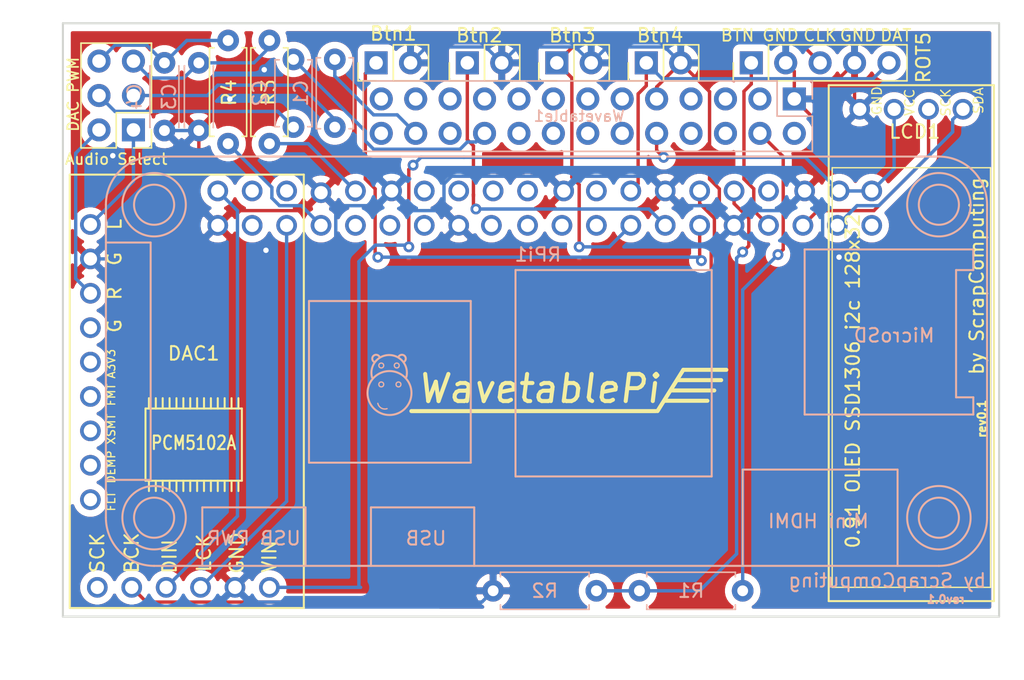
<source format=kicad_pcb>
(kicad_pcb (version 20171130) (host pcbnew 5.1.9+dfsg1-1+deb11u1)
  (title_block (title wavetable-pi))
  (layers (0 F.Cu signal) (31 B.Cu signal) (34 B.Paste user) (35 F.Paste user) (36 B.SilkS user) (37 F.SilkS user) (38 B.Mask user) (39 F.Mask user) (44 Edge.Cuts user))
  (net 0 "")
  (net 1 "Net-(R1-Pad1)")
  (net 2 "Net-(R1-Pad2)")
  (net 3 GND)
  (net 4 +5V)
  (net 5 "Net-(LCD1-Pad1)")
  (net 6 "Net-(LCD1-Pad2)")
  (net 7 "Net-(Audio_Select1-Pad5)")
  (net 8 "Net-(Audio_Select1-Pad6)")
  (net 9 "Net-(Audio_Select1-Pad4)")
  (net 10 "Net-(Audio_Select1-Pad3)")
  (net 11 "Net-(Audio_Select1-Pad1)")
  (net 12 "Net-(Audio_Select1-Pad2)")
  (net 13 "Net-(DAC1-Pad2)")
  (net 14 "Net-(DAC1-Pad3)")
  (net 15 "Net-(DAC1-Pad4)")
  (net 16 "Net-(C1-Pad1)")
  (net 17 "Net-(C2-Pad1)")
  (net 18 "Net-(R3-Pad2)")
  (net 19 "Net-(R4-Pad2)")
  (net 20 GP17)
  (net 21 GP27)
  (net 22 GP22)
  (net 23 GP23)
  (net 24 GP4)
  (module Custom:RPiZero2W (layer B.Cu) (at 166.624 19.3675 180)
    (fp_text reference RPi1 (at 33.147 -7.239) (layer B.SilkS) (effects (justify mirror)))
    (fp_text value RPiZero2W)
    (fp_text user MicroSD (at 6.858 -13.208) (layer B.SilkS) (effects (justify mirror)))
    (fp_text user "Mini HDMI" (at 12.446 -26.924) (layer B.SilkS) (effects (justify mirror)))
    (fp_text user USB (at 41.402 -28.194) (layer B.SilkS) (effects (justify mirror)))
    (fp_text user "USB PWR" (at 54.102 -28.194) (layer B.SilkS) (effects (justify mirror)))
    (pad 2 thru_hole circle (at 8.509 -2.54 180) (size 1.524 1.524) (drill 0.9844) (layers *.Cu *.Mask) (net 4 +5V))
    (pad 1 thru_hole circle (at 8.509 -5.08 180) (size 1.524 1.524) (drill 0.9844) (layers *.Cu *.Mask))
    (pad 3 thru_hole circle (at 11.049 -5.08 180) (size 1.524 1.524) (drill 0.9844) (layers *.Cu *.Mask) (net 5 "Net-(LCD1-Pad1)"))
    (pad 4 thru_hole circle (at 10.922 -2.54 180) (size 1.524 1.524) (drill 0.9844) (layers *.Cu *.Mask) (net 4 +5V))
    (pad 5 thru_hole circle (at 13.589 -5.08 180) (size 1.524 1.524) (drill 0.9844) (layers *.Cu *.Mask) (net 6 "Net-(LCD1-Pad2)"))
    (pad 6 thru_hole circle (at 13.462 -2.54 180) (size 1.524 1.524) (drill 0.9844) (layers *.Cu *.Mask) (net 3 GND))
    (pad 7 thru_hole circle (at 16.129 -5.08 180) (size 1.524 1.524) (drill 0.9844) (layers *.Cu *.Mask) (net 24 GP4))
    (pad 8 thru_hole circle (at 16.129 -2.54 180) (size 1.524 1.524) (drill 0.9844) (layers *.Cu *.Mask))
    (pad 9 thru_hole circle (at 18.669 -5.08 180) (size 1.524 1.524) (drill 0.9844) (layers *.Cu *.Mask) (net 3 GND))
    (pad 11 thru_hole circle (at 21.209 -5.08 180) (size 1.524 1.524) (drill 0.9844) (layers *.Cu *.Mask) (net 20 GP17))
    (pad 13 thru_hole circle (at 23.749 -5.08 180) (size 1.524 1.524) (drill 0.9844) (layers *.Cu *.Mask) (net 21 GP27))
    (pad 15 thru_hole circle (at 26.289 -5.08 180) (size 1.524 1.524) (drill 0.9844) (layers *.Cu *.Mask) (net 22 GP22))
    (pad 17 thru_hole circle (at 28.829 -5.08 180) (size 1.524 1.524) (drill 0.9844) (layers *.Cu *.Mask))
    (pad 19 thru_hole circle (at 31.369 -5.08 180) (size 1.524 1.524) (drill 0.9844) (layers *.Cu *.Mask))
    (pad 21 thru_hole circle (at 33.909 -5.08 180) (size 1.524 1.524) (drill 0.9844) (layers *.Cu *.Mask))
    (pad 23 thru_hole circle (at 36.576 -5.08 180) (size 1.524 1.524) (drill 0.9844) (layers *.Cu *.Mask))
    (pad 25 thru_hole circle (at 38.989 -5.08 180) (size 1.524 1.524) (drill 0.9844) (layers *.Cu *.Mask) (net 3 GND))
    (pad 27 thru_hole circle (at 41.529 -5.08 180) (size 1.524 1.524) (drill 0.9844) (layers *.Cu *.Mask))
    (pad 29 thru_hole circle (at 44.069 -5.08 180) (size 1.524 1.524) (drill 0.9844) (layers *.Cu *.Mask))
    (pad 31 thru_hole circle (at 46.609 -5.08 180) (size 1.524 1.524) (drill 0.9844) (layers *.Cu *.Mask))
    (pad 33 thru_hole circle (at 49.149 -5.08 180) (size 1.524 1.524) (drill 0.9844) (layers *.Cu *.Mask) (net 19 "Net-(R4-Pad2)"))
    (pad 35 thru_hole circle (at 51.689 -5.08 180) (size 1.524 1.524) (drill 0.9844) (layers *.Cu *.Mask) (net 15 "Net-(DAC1-Pad4)"))
    (pad 37 thru_hole circle (at 54.229 -5.08 180) (size 1.524 1.524) (drill 0.9844) (layers *.Cu *.Mask))
    (pad 39 thru_hole circle (at 56.769 -5.08 180) (size 1.524 1.524) (drill 0.9844) (layers *.Cu *.Mask) (net 3 GND))
    (pad 10 thru_hole circle (at 18.669 -2.54 180) (size 1.524 1.524) (drill 0.9844) (layers *.Cu *.Mask) (net 1 "Net-(R1-Pad1)"))
    (pad 12 thru_hole circle (at 21.209 -2.54 180) (size 1.524 1.524) (drill 0.9844) (layers *.Cu *.Mask) (net 13 "Net-(DAC1-Pad2)"))
    (pad 14 thru_hole circle (at 23.749 -2.54 180) (size 1.524 1.524) (drill 0.9844) (layers *.Cu *.Mask) (net 3 GND))
    (pad 16 thru_hole circle (at 26.289 -2.54 180) (size 1.524 1.524) (drill 0.9844) (layers *.Cu *.Mask) (net 23 GP23))
    (pad 18 thru_hole circle (at 28.829 -2.54 180) (size 1.524 1.524) (drill 0.9844) (layers *.Cu *.Mask))
    (pad 20 thru_hole circle (at 31.242 -2.54 180) (size 1.524 1.524) (drill 0.9844) (layers *.Cu *.Mask) (net 3 GND))
    (pad 22 thru_hole circle (at 33.909 -2.54 180) (size 1.524 1.524) (drill 0.9844) (layers *.Cu *.Mask))
    (pad 24 thru_hole circle (at 36.449 -2.54 180) (size 1.524 1.524) (drill 0.9844) (layers *.Cu *.Mask))
    (pad 26 thru_hole circle (at 38.989 -2.54 180) (size 1.524 1.524) (drill 0.9844) (layers *.Cu *.Mask))
    (pad 28 thru_hole circle (at 41.529 -2.54 180) (size 1.524 1.524) (drill 0.9844) (layers *.Cu *.Mask))
    (pad 30 thru_hole circle (at 43.942 -2.54 180) (size 1.524 1.524) (drill 0.9844) (layers *.Cu *.Mask) (net 3 GND))
    (pad 32 thru_hole circle (at 46.609 -2.54 180) (size 1.524 1.524) (drill 0.9844) (layers *.Cu *.Mask) (net 18 "Net-(R3-Pad2)"))
    (pad 34 thru_hole circle (at 49.149 -2.667 180) (size 1.524 1.524) (drill 0.9844) (layers *.Cu *.Mask) (net 3 GND))
    (pad 36 thru_hole circle (at 51.689 -2.54 180) (size 1.524 1.524) (drill 0.9844) (layers *.Cu *.Mask))
    (pad 38 thru_hole circle (at 54.229 -2.54 180) (size 1.524 1.524) (drill 0.9844) (layers *.Cu *.Mask))
    (pad 40 thru_hole circle (at 56.769 -2.54 180) (size 1.524 1.524) (drill 0.9844) (layers *.Cu *.Mask) (net 14 "Net-(DAC1-Pad3)"))
  )
  (module Capacitor_THT:C_Disc_D4.3mm_W1.9mm_P5.00mm (layer B.Cu) (at 108.458 12.446 270)
    (fp_text reference C3 (at 2.5 2.2 90) (layer B.SilkS) (effects (justify mirror)))
    (fp_text value 100nF)
    (pad 2 thru_hole circle (at 5 0 270) (size 1.6 1.6) (drill 0.8) (layers *.Cu *.Mask) (net 3 GND))
    (pad 1 thru_hole circle (at 0 0 270) (size 1.6 1.6) (drill 0.8) (layers *.Cu *.Mask) (net 7 "Net-(Audio_Select1-Pad5)"))
  )
  (module Capacitor_THT:C_Disc_D4.3mm_W1.9mm_P5.00mm (layer B.Cu) (at 105.918 12.446 270)
    (fp_text reference C4 (at 2.5 2.2 90) (layer B.SilkS) (effects (justify mirror)))
    (fp_text value 100nF)
    (pad 2 thru_hole circle (at 5 0 270) (size 1.6 1.6) (drill 0.8) (layers *.Cu *.Mask) (net 3 GND))
    (pad 1 thru_hole circle (at 0 0 270) (size 1.6 1.6) (drill 0.8) (layers *.Cu *.Mask) (net 8 "Net-(Audio_Select1-Pad6)"))
  )
  (module Capacitor_THT:C_Disc_D4.7mm_W2.5mm_P5.00mm (layer B.Cu) (at 115.443 12.192 270)
    (fp_text reference C2 (at 2.5 2.5 90) (layer B.SilkS) (effects (justify mirror)))
    (fp_text value 10uF)
    (pad 2 thru_hole circle (at 5 0 270) (size 1.6 1.6) (drill 0.8) (layers *.Cu *.Mask) (net 9 "Net-(Audio_Select1-Pad4)"))
    (pad 1 thru_hole circle (at 0 0 270) (size 1.6 1.6) (drill 0.8) (layers *.Cu *.Mask) (net 17 "Net-(C2-Pad1)"))
  )
  (module Capacitor_THT:C_Disc_D5.0mm_W2.5mm_P5.00mm (layer B.Cu) (at 118.491 12.192 270)
    (fp_text reference C1 (at 2.5 2.5 90) (layer B.SilkS) (effects (justify mirror)))
    (fp_text value 10uF)
    (pad 2 thru_hole circle (at 5 0 270) (size 1.6 1.6) (drill 0.8) (layers *.Cu *.Mask) (net 10 "Net-(Audio_Select1-Pad3)"))
    (pad 1 thru_hole circle (at 0 0 270) (size 1.6 1.6) (drill 0.8) (layers *.Cu *.Mask) (net 16 "Net-(C1-Pad1)"))
  )
  (module Custom:LCD_0.91_OLED (layer F.Cu) (at 167.132 14.097 270)
    (fp_text reference LCD1 (at 3.429 5.842 180) (layer F.SilkS))
    (fp_text value LCD_0.91_OLED)
    (fp_text user SDA (at 1.143 1.143 90) (layer F.SilkS) (effects (font (size 0.7 0.7) (thickness 0.1))))
    (fp_text user SCK (at 1.27 3.556 90) (layer F.SilkS) (effects (font (size 0.7 0.7) (thickness 0.1))))
    (fp_text user VCC (at 1.27 6.223 90) (layer F.SilkS) (effects (font (size 0.7 0.7) (thickness 0.1))))
    (fp_text user GND (at 1.143 8.636 90) (layer F.SilkS) (effects (font (size 0.7 0.7) (thickness 0.1))))
    (fp_text user "0.91 OLED SSD1306 i2c 128x32" (at 21.844 10.414 90) (layer F.SilkS))
    (pad 1 thru_hole circle (at 1.778 2.286 270) (size 1.524 1.524) (drill 0.9844) (layers *.Cu *.Mask) (net 5 "Net-(LCD1-Pad1)"))
    (pad 2 thru_hole circle (at 1.778 4.826 270) (size 1.524 1.524) (drill 0.9844) (layers *.Cu *.Mask) (net 6 "Net-(LCD1-Pad2)"))
    (pad 3 thru_hole circle (at 1.778 7.366 270) (size 1.524 1.524) (drill 0.9844) (layers *.Cu *.Mask) (net 4 +5V))
    (pad 4 thru_hole circle (at 1.778 9.906 270) (size 1.524 1.524) (drill 0.9844) (layers *.Cu *.Mask) (net 3 GND))
  )
  (module Connector_PinHeader_2.54mm:PinHeader_1x05_P2.54mm_Vertical (layer F.Cu) (at 149.225 12.446 90)
    (fp_text reference ROT5 (at 0.381 12.7 90) (layer F.SilkS))
    (fp_text value ROTARY)
    (pad 5 thru_hole oval (at 0 10.16 90) (size 1.7 1.7) (drill 1) (layers *.Cu *.Mask) (net 23 GP23))
    (pad 4 thru_hole oval (at 0 7.62 90) (size 1.7 1.7) (drill 1) (layers *.Cu *.Mask) (net 3 GND))
    (pad 3 thru_hole oval (at 0 5.08 90) (size 1.7 1.7) (drill 1) (layers *.Cu *.Mask) (net 22 GP22))
    (pad 2 thru_hole oval (at 0 2.54 90) (size 1.7 1.7) (drill 1) (layers *.Cu *.Mask) (net 3 GND))
    (pad 1 thru_hole rect (at 0 0 90) (size 1.7 1.7) (drill 1) (layers *.Cu *.Mask) (net 24 GP4))
  )
  (module Connector_PinHeader_2.54mm:PinHeader_1x02_P2.54mm_Vertical (layer F.Cu) (at 141.478 12.446 90)
    (fp_text reference Btn4 (at 2.032 1.016 180) (layer F.SilkS))
    (fp_text value Btn4)
    (pad 2 thru_hole oval (at 0 2.54 90) (size 1.7 1.7) (drill 1) (layers *.Cu *.Mask) (net 3 GND))
    (pad 1 thru_hole rect (at 0 0 90) (size 1.7 1.7) (drill 1) (layers *.Cu *.Mask) (net 23 GP23))
  )
  (module Connector_PinHeader_2.54mm:PinHeader_1x02_P2.54mm_Vertical (layer F.Cu) (at 134.874 12.446 90)
    (fp_text reference Btn3 (at 2.032 1.143 180) (layer F.SilkS))
    (fp_text value Btn3)
    (pad 2 thru_hole oval (at 0 2.54 90) (size 1.7 1.7) (drill 1) (layers *.Cu *.Mask) (net 3 GND))
    (pad 1 thru_hole rect (at 0 0 90) (size 1.7 1.7) (drill 1) (layers *.Cu *.Mask) (net 22 GP22))
  )
  (module Connector_PinHeader_2.54mm:PinHeader_1x02_P2.54mm_Vertical (layer F.Cu) (at 128.27 12.446 90)
    (fp_text reference Btn2 (at 2.032 0.889 180) (layer F.SilkS))
    (fp_text value Btn2)
    (pad 2 thru_hole oval (at 0 2.54 90) (size 1.7 1.7) (drill 1) (layers *.Cu *.Mask) (net 3 GND))
    (pad 1 thru_hole rect (at 0 0 90) (size 1.7 1.7) (drill 1) (layers *.Cu *.Mask) (net 21 GP27))
  )
  (module Connector_PinHeader_2.54mm:PinHeader_1x02_P2.54mm_Vertical (layer F.Cu) (at 121.539 12.446 90)
    (fp_text reference Btn1 (at 2.159 1.27) (layer F.SilkS))
    (fp_text value Btn1)
    (pad 2 thru_hole oval (at 0 2.54 90) (size 1.7 1.7) (drill 1) (layers *.Cu *.Mask) (net 3 GND))
    (pad 1 thru_hole rect (at 0 0 90) (size 1.7 1.7) (drill 1) (layers *.Cu *.Mask) (net 20 GP17))
  )
  (module Resistor_THT:R_Axial_DIN0207_L6.3mm_D2.5mm_P7.62mm_Horizontal (layer F.Cu) (at 110.617 10.795 270)
    (fp_text reference R4 (at 3.8608 -0.0762 270) (layer F.SilkS))
    (fp_text value 1K)
    (pad 2 thru_hole oval (at 7.62 0 270) (size 1.6 1.6) (drill 0.8) (layers *.Cu *.Mask) (net 19 "Net-(R4-Pad2)"))
    (pad 1 thru_hole circle (at 0 0 270) (size 1.6 1.6) (drill 0.8) (layers *.Cu *.Mask) (net 8 "Net-(Audio_Select1-Pad6)"))
  )
  (module Resistor_THT:R_Axial_DIN0207_L6.3mm_D2.5mm_P7.62mm_Horizontal (layer F.Cu) (at 113.665 10.795 270)
    (fp_text reference R3 (at 3.8354 0.0508 90) (layer F.SilkS))
    (fp_text value 1K)
    (pad 2 thru_hole oval (at 7.62 0 270) (size 1.6 1.6) (drill 0.8) (layers *.Cu *.Mask) (net 18 "Net-(R3-Pad2)"))
    (pad 1 thru_hole circle (at 0 0 270) (size 1.6 1.6) (drill 0.8) (layers *.Cu *.Mask) (net 7 "Net-(Audio_Select1-Pad5)"))
  )
  (module Connector_PinSocket_2.54mm:PinSocket_2x13_P2.54mm_Vertical (layer B.Cu) (at 152.4 15.113 90)
    (fp_text reference Wavetable1 (at -1.27 -15.875) (layer B.SilkS) (effects (font (size 0.8 0.8) (thickness 0.13)) (justify mirror)))
    (fp_text value Conn_02x13_Odd_Even)
    (pad 1 thru_hole rect (at 0 0 90) (size 1.7 1.7) (drill 1) (layers *.Cu *.Mask) (net 3 GND))
    (pad 2 thru_hole oval (at -2.54 0 90) (size 1.7 1.7) (drill 1) (layers *.Cu *.Mask))
    (pad 3 thru_hole oval (at 0 -2.54 90) (size 1.7 1.7) (drill 1) (layers *.Cu *.Mask))
    (pad 4 thru_hole oval (at -2.54 -2.54 90) (size 1.7 1.7) (drill 1) (layers *.Cu *.Mask) (net 2 "Net-(R1-Pad2)"))
    (pad 5 thru_hole oval (at 0 -5.08 90) (size 1.7 1.7) (drill 1) (layers *.Cu *.Mask))
    (pad 6 thru_hole oval (at -2.54 -5.08 90) (size 1.7 1.7) (drill 1) (layers *.Cu *.Mask))
    (pad 7 thru_hole oval (at 0 -7.62 90) (size 1.7 1.7) (drill 1) (layers *.Cu *.Mask))
    (pad 8 thru_hole oval (at -2.54 -7.62 90) (size 1.7 1.7) (drill 1) (layers *.Cu *.Mask))
    (pad 9 thru_hole oval (at 0 -10.16 90) (size 1.7 1.7) (drill 1) (layers *.Cu *.Mask) (net 3 GND))
    (pad 10 thru_hole oval (at -2.54 -10.16 90) (size 1.7 1.7) (drill 1) (layers *.Cu *.Mask) (net 4 +5V))
    (pad 11 thru_hole oval (at 0 -12.7 90) (size 1.7 1.7) (drill 1) (layers *.Cu *.Mask))
    (pad 12 thru_hole oval (at -2.54 -12.7 90) (size 1.7 1.7) (drill 1) (layers *.Cu *.Mask))
    (pad 13 thru_hole oval (at 0 -15.24 90) (size 1.7 1.7) (drill 1) (layers *.Cu *.Mask))
    (pad 14 thru_hole oval (at -2.54 -15.24 90) (size 1.7 1.7) (drill 1) (layers *.Cu *.Mask))
    (pad 15 thru_hole oval (at 0 -17.78 90) (size 1.7 1.7) (drill 1) (layers *.Cu *.Mask))
    (pad 16 thru_hole oval (at -2.54 -17.78 90) (size 1.7 1.7) (drill 1) (layers *.Cu *.Mask))
    (pad 17 thru_hole oval (at 0 -20.32 90) (size 1.7 1.7) (drill 1) (layers *.Cu *.Mask))
    (pad 18 thru_hole oval (at -2.54 -20.32 90) (size 1.7 1.7) (drill 1) (layers *.Cu *.Mask))
    (pad 19 thru_hole oval (at 0 -22.86 90) (size 1.7 1.7) (drill 1) (layers *.Cu *.Mask))
    (pad 20 thru_hole oval (at -2.54 -22.86 90) (size 1.7 1.7) (drill 1) (layers *.Cu *.Mask) (net 17 "Net-(C2-Pad1)"))
    (pad 21 thru_hole oval (at 0 -25.4 90) (size 1.7 1.7) (drill 1) (layers *.Cu *.Mask))
    (pad 22 thru_hole oval (at -2.54 -25.4 90) (size 1.7 1.7) (drill 1) (layers *.Cu *.Mask))
    (pad 23 thru_hole oval (at 0 -27.94 90) (size 1.7 1.7) (drill 1) (layers *.Cu *.Mask))
    (pad 24 thru_hole oval (at -2.54 -27.94 90) (size 1.7 1.7) (drill 1) (layers *.Cu *.Mask) (net 16 "Net-(C1-Pad1)"))
    (pad 25 thru_hole oval (at 0 -30.48 90) (size 1.7 1.7) (drill 1) (layers *.Cu *.Mask))
    (pad 26 thru_hole oval (at -2.54 -30.48 90) (size 1.7 1.7) (drill 1) (layers *.Cu *.Mask))
  )
  (module Connector_PinHeader_2.54mm:PinHeader_2x03_P2.54mm_Vertical (layer F.Cu) (at 103.632 17.399 180)
    (fp_text reference Audio_Select1 hide)
    (fp_text value Conn_02x03_Odd_Even)
    (pad 6 thru_hole oval (at 2.54 5.08 180) (size 1.7 1.7) (drill 1) (layers *.Cu *.Mask) (net 8 "Net-(Audio_Select1-Pad6)"))
    (pad 5 thru_hole oval (at 0 5.08 180) (size 1.7 1.7) (drill 1) (layers *.Cu *.Mask) (net 7 "Net-(Audio_Select1-Pad5)"))
    (pad 4 thru_hole oval (at 2.54 2.54 180) (size 1.7 1.7) (drill 1) (layers *.Cu *.Mask) (net 9 "Net-(Audio_Select1-Pad4)"))
    (pad 3 thru_hole oval (at 0 2.54 180) (size 1.7 1.7) (drill 1) (layers *.Cu *.Mask) (net 10 "Net-(Audio_Select1-Pad3)"))
    (pad 2 thru_hole oval (at 2.54 0 180) (size 1.7 1.7) (drill 1) (layers *.Cu *.Mask) (net 12 "Net-(Audio_Select1-Pad2)"))
    (pad 1 thru_hole rect (at 0 0 180) (size 1.7 1.7) (drill 1) (layers *.Cu *.Mask) (net 11 "Net-(Audio_Select1-Pad1)"))
  )
  (module Resistor_THT:R_Axial_DIN0207_L6.3mm_D2.5mm_P7.62mm_Horizontal (layer B.Cu) (at 137.795 51.435 180)
    (fp_text reference R2 (at 3.81 0 180) (layer B.SilkS) (effects (justify mirror)))
    (fp_text value 22K)
    (pad 2 thru_hole oval (at 7.62 0 180) (size 1.6 1.6) (drill 0.8) (layers *.Cu *.Mask) (net 3 GND))
    (pad 1 thru_hole circle (at 0 0 180) (size 1.6 1.6) (drill 0.8) (layers *.Cu *.Mask) (net 1 "Net-(R1-Pad1)"))
  )
  (module Resistor_THT:R_Axial_DIN0207_L6.3mm_D2.5mm_P7.62mm_Horizontal (layer B.Cu) (at 140.97 51.435)
    (fp_text reference R1 (at 3.81 0 180) (layer B.SilkS) (effects (justify mirror)))
    (fp_text value 10K)
    (pad 2 thru_hole oval (at 7.62 0) (size 1.6 1.6) (drill 0.8) (layers *.Cu *.Mask) (net 2 "Net-(R1-Pad2)"))
    (pad 1 thru_hole circle (at 0 0) (size 1.6 1.6) (drill 0.8) (layers *.Cu *.Mask) (net 1 "Net-(R1-Pad1)"))
  )
  (module Custom:GY_PCM5102A (layer F.Cu) (at 98.933 52.705 90)
    (fp_text reference DAC1 (at 18.796 9.144) (layer F.SilkS))
    (fp_text value GY_PCM5102A)
    (fp_text user R (at 23.241 3.302 90) (layer F.SilkS))
    (fp_text user G (at 25.781 3.302 90) (layer F.SilkS))
    (fp_text user L (at 28.321 3.302 90) (layer F.SilkS))
    (fp_text user VIN (at 3.81 14.732 90) (layer F.SilkS))
    (fp_text user GND (at 4.064 12.319 90) (layer F.SilkS))
    (fp_text user LCK (at 4.064 9.906 90) (layer F.SilkS))
    (fp_text user DIN (at 3.81 7.366 90) (layer F.SilkS))
    (fp_text user BCK (at 4.064 4.572 90) (layer F.SilkS))
    (fp_text user SCK (at 4.064 2.032 90) (layer F.SilkS))
    (fp_text user PCM5102A (at 12.192 9.144 180) (layer F.SilkS) (effects (font (size 1 0.8))))
    (fp_text user FLT (at 7.874 3.048 90) (layer F.SilkS) (effects (font (size 0.6 0.6) (thickness 0.1))))
    (fp_text user DEMP (at 10.414 3.048 90) (layer F.SilkS) (effects (font (size 0.6 0.6) (thickness 0.1))))
    (fp_text user XSMT (at 13.208 3.048 90) (layer F.SilkS) (effects (font (size 0.6 0.6) (thickness 0.1))))
    (fp_text user FMT (at 15.748 3.048 90) (layer F.SilkS) (effects (font (size 0.6 0.6) (thickness 0.1))))
    (fp_text user A3V3 (at 18.034 3.048 90) (layer F.SilkS) (effects (font (size 0.6 0.6) (thickness 0.1))))
    (fp_text user G (at 20.828 3.302 90) (layer F.SilkS))
    (pad 1 thru_hole circle (at 1.524 2.032 90) (size 1.524 1.524) (drill 0.9844) (layers *.Cu *.Mask))
    (pad 2 thru_hole circle (at 1.524 4.572 90) (size 1.524 1.524) (drill 0.9844) (layers *.Cu *.Mask) (net 13 "Net-(DAC1-Pad2)"))
    (pad 3 thru_hole circle (at 1.524 7.112 90) (size 1.524 1.524) (drill 0.9844) (layers *.Cu *.Mask) (net 14 "Net-(DAC1-Pad3)"))
    (pad 4 thru_hole circle (at 1.524 9.652 90) (size 1.524 1.524) (drill 0.9844) (layers *.Cu *.Mask) (net 15 "Net-(DAC1-Pad4)"))
    (pad 5 thru_hole circle (at 1.524 12.192 90) (size 1.524 1.524) (drill 0.9844) (layers *.Cu *.Mask) (net 3 GND))
    (pad 6 thru_hole circle (at 1.524 14.732 90) (size 1.524 1.524) (drill 0.9844) (layers *.Cu *.Mask) (net 4 +5V))
    (pad 7 thru_hole circle (at 8.001 1.524 90) (size 1.524 1.524) (drill 0.9844) (layers *.Cu *.Mask))
    (pad 8 thru_hole circle (at 10.541 1.524 90) (size 1.524 1.524) (drill 0.9844) (layers *.Cu *.Mask))
    (pad 9 thru_hole circle (at 13.081 1.524 90) (size 1.524 1.524) (drill 0.9844) (layers *.Cu *.Mask))
    (pad 10 thru_hole circle (at 15.621 1.524 90) (size 1.524 1.524) (drill 0.9844) (layers *.Cu *.Mask))
    (pad 11 thru_hole circle (at 18.161 1.524 90) (size 1.524 1.524) (drill 0.9844) (layers *.Cu *.Mask))
    (pad 12 thru_hole circle (at 20.701 1.524 90) (size 1.524 1.524) (drill 0.9844) (layers *.Cu *.Mask))
    (pad 13 thru_hole circle (at 23.241 1.524 90) (size 1.524 1.524) (drill 0.9844) (layers *.Cu *.Mask) (net 12 "Net-(Audio_Select1-Pad2)"))
    (pad 14 thru_hole circle (at 25.781 1.524 90) (size 1.524 1.524) (drill 0.9844) (layers *.Cu *.Mask) (net 3 GND))
    (pad 15 thru_hole circle (at 28.321 1.524 90) (size 1.524 1.524) (drill 0.9844) (layers *.Cu *.Mask) (net 11 "Net-(Audio_Select1-Pad1)"))
  )
  (gr_text rev0.1 (at 163.576 52.07) (layer B.SilkS) (effects (font (size 0.6 0.6)) (justify mirror)))
  (gr_text "by ScrapComputing" (at 159.258 50.673) (layer B.SilkS) (effects (font (size 1 1)) (justify mirror)))
  (gr_text DAT (at 159.893 10.414) (layer F.SilkS) (effects (font (size 0.8762 0.8762) (thickness 0.13))))
  (gr_text GND (at 157.099 10.414) (layer F.SilkS) (effects (font (size 0.8762 0.8762) (thickness 0.13))))
  (gr_text CLK (at 154.305 10.414) (layer F.SilkS) (effects (font (size 0.8762 0.8762) (thickness 0.13))))
  (gr_text GND (at 151.384 10.414) (layer F.SilkS) (effects (font (size 0.8762 0.8762) (thickness 0.13))))
  (gr_text "Audio Select" (at 102.362 19.558) (layer F.SilkS) (effects (font (size 0.8 0.8) (thickness 0.13))))
  (gr_circle (center 123.19 36.195) (end 123.063 36.068) (layer B.SilkS) (width 0.0992))
  (gr_text DAC (at 99.187 16.383 90) (layer F.SilkS) (effects (font (size 0.8 0.8) (thickness 0.13))))
  (gr_line (start 98.425 9.525) (end 98.425 53.34) (layer Edge.Cuts) (width 0.15))
  (gr_line (start 167.513 9.525) (end 98.425 9.525) (layer Edge.Cuts) (width 0.15))
  (gr_line (start 167.513 53.34) (end 167.513 9.525) (layer Edge.Cuts) (width 0.15))
  (gr_line (start 98.425 53.34) (end 167.513 53.34) (layer Edge.Cuts) (width 0.15))
  (gr_line (start 144.2085 35.1155) (end 147.3835 35.1155) (layer F.SilkS) (width 0.3))
  (gr_line (start 143.8275 35.8775) (end 147.0025 35.8775) (layer F.SilkS) (width 0.3))
  (gr_line (start 142.3035 38.1635) (end 144.2085 35.1155) (layer F.SilkS) (width 0.3))
  (gr_line (start 143.3195 36.6395) (end 146.4945 36.6395) (layer F.SilkS) (width 0.3))
  (gr_line (start 142.8115 37.4015) (end 145.9865 37.4015) (layer F.SilkS) (width 0.3))
  (gr_line (start 124.1425 38.1635) (end 142.1765 38.1635) (layer F.SilkS) (width 0.3))
  (gr_arc (start 121.538999 34.29) (end 121.792999 34.163) (angle -216.8700655) (layer B.SilkS) (width 0.15))
  (gr_arc (start 123.444 34.29) (end 123.571 34.544) (angle -216.8700655) (layer B.SilkS) (width 0.15))
  (gr_circle (center 121.92 34.798) (end 121.740395 34.798) (layer B.SilkS) (width 0.0992))
  (gr_circle (center 123.063 34.798) (end 122.883395 34.798) (layer B.SilkS) (width 0.0992))
  (gr_arc (start 122.502654 35.333348) (end 123.772654 35.650848) (angle -209.7483538) (layer B.SilkS) (width 0.15))
  (gr_circle (center 121.92 36.195) (end 121.793 36.068) (layer B.SilkS) (width 0.0992))
  (gr_circle (center 122.52667 36.83) (end 123.92367 37.6555) (layer B.SilkS) (width 0.15))
  (gr_text rev0.1 (at 166.243 38.735 90) (layer F.SilkS) (effects (font (size 0.6 0.6))))
  (gr_text WavetablePi (at 133.5405 36.5125) (layer F.SilkS) (effects (font (size 2 2) (thickness 0.3) italic)))
  (gr_arc (start 122.180517 37.484552) (end 121.666 37.592) (angle -96.63927292) (layer B.SilkS) (width 0.0992))
  (gr_text "by ScrapComputing" (at 165.862 28.194 90) (layer F.SilkS) (effects (font (size 1 1))))
  (gr_text BTN (at 148.209 10.414) (layer F.SilkS) (effects (font (size 0.8762 0.8762) (thickness 0.13))))
  (gr_text PWM (at 99.187 13.335 90) (layer F.SilkS) (effects (font (size 0.8 0.8) (thickness 0.13))))
  (segment (start 137.795 51.435) (end 140.97 51.435) (width 0.25) (layer B.Cu) (net 1))
  (segment (start 148.59 26.416) (end 148.59 26.416) (width 0.25) (layer B.Cu) (net 1))
  (via (at 148.59 26.416) (size 0.8) (drill 0.4) (layers F.Cu B.Cu) (net 1))
  (segment (start 149.042001 25.963999) (end 148.59 26.416) (width 0.25) (layer F.Cu) (net 1))
  (segment (start 149.042001 23.925739) (end 149.042001 25.963999) (width 0.25) (layer F.Cu) (net 1))
  (segment (start 147.955 22.838738) (end 149.042001 23.925739) (width 0.25) (layer F.Cu) (net 1))
  (segment (start 147.955 21.9075) (end 147.955 22.838738) (width 0.25) (layer F.Cu) (net 1))
  (segment (start 140.97 51.435) (end 145.415 51.435) (width 0.25) (layer B.Cu) (net 1))
  (segment (start 148.13999 26.86601) (end 148.59 26.416) (width 0.25) (layer B.Cu) (net 1))
  (segment (start 148.13999 48.71001) (end 148.13999 26.86601) (width 0.25) (layer B.Cu) (net 1))
  (segment (start 145.415 51.435) (end 148.13999 48.71001) (width 0.25) (layer B.Cu) (net 1))
  (segment (start 148.59 51.435) (end 148.59 29.21) (width 0.25) (layer B.Cu) (net 2))
  (segment (start 148.59 29.21) (end 151.1935 26.6065) (width 0.25) (layer B.Cu) (net 2))
  (segment (start 151.1935 26.6065) (end 151.384 26.416) (width 0.25) (layer B.Cu) (net 2))
  (via (at 151.1935 26.6065) (size 0.8) (drill 0.4) (layers F.Cu B.Cu) (net 2))
  (segment (start 151.582001 26.217999) (end 151.1935 26.6065) (width 0.25) (layer F.Cu) (net 2))
  (segment (start 151.582001 19.375001) (end 151.582001 26.217999) (width 0.25) (layer F.Cu) (net 2))
  (segment (start 149.86 17.653) (end 151.582001 19.375001) (width 0.25) (layer F.Cu) (net 2))
  (segment (start 105.918 17.446) (end 108.458 17.446) (width 0.25) (layer B.Cu) (net 3))
  (segment (start 129.341999 52.268001) (end 130.175 51.435) (width 0.25) (layer B.Cu) (net 3))
  (segment (start 112.212001 52.268001) (end 129.341999 52.268001) (width 0.25) (layer B.Cu) (net 3))
  (segment (start 111.125 51.181) (end 112.212001 52.268001) (width 0.25) (layer B.Cu) (net 3))
  (segment (start 153.923999 16.636999) (end 152.4 15.113) (width 0.25) (layer F.Cu) (net 3))
  (segment (start 153.923999 21.145501) (end 153.923999 16.636999) (width 0.25) (layer F.Cu) (net 3))
  (segment (start 153.162 21.9075) (end 153.923999 21.145501) (width 0.25) (layer F.Cu) (net 3))
  (segment (start 129.634999 11.270999) (end 130.81 12.446) (width 0.25) (layer B.Cu) (net 3))
  (segment (start 125.254001 11.270999) (end 129.634999 11.270999) (width 0.25) (layer B.Cu) (net 3))
  (segment (start 124.079 12.446) (end 125.254001 11.270999) (width 0.25) (layer B.Cu) (net 3))
  (segment (start 131.985001 11.270999) (end 130.81 12.446) (width 0.25) (layer B.Cu) (net 3))
  (segment (start 136.238999 11.270999) (end 131.985001 11.270999) (width 0.25) (layer B.Cu) (net 3))
  (segment (start 137.414 12.446) (end 136.238999 11.270999) (width 0.25) (layer B.Cu) (net 3))
  (segment (start 138.589001 11.270999) (end 137.414 12.446) (width 0.25) (layer B.Cu) (net 3))
  (segment (start 142.842999 11.270999) (end 138.589001 11.270999) (width 0.25) (layer B.Cu) (net 3))
  (segment (start 144.018 12.446) (end 142.842999 11.270999) (width 0.25) (layer B.Cu) (net 3))
  (segment (start 142.24 14.224) (end 142.24 15.113) (width 0.25) (layer F.Cu) (net 3))
  (segment (start 144.018 12.446) (end 142.24 14.224) (width 0.25) (layer F.Cu) (net 3))
  (segment (start 146.867999 23.360499) (end 147.955 24.4475) (width 0.25) (layer F.Cu) (net 3))
  (segment (start 146.867999 21.751737) (end 146.867999 23.360499) (width 0.25) (layer F.Cu) (net 3))
  (segment (start 146.144999 14.572999) (end 146.144999 21.028737) (width 0.25) (layer F.Cu) (net 3))
  (segment (start 146.144999 21.028737) (end 146.867999 21.751737) (width 0.25) (layer F.Cu) (net 3))
  (segment (start 144.018 12.446) (end 146.144999 14.572999) (width 0.25) (layer F.Cu) (net 3))
  (segment (start 146.502001 22.994501) (end 147.955 24.4475) (width 0.25) (layer B.Cu) (net 3))
  (segment (start 143.962001 22.994501) (end 146.502001 22.994501) (width 0.25) (layer B.Cu) (net 3))
  (segment (start 142.875 21.9075) (end 143.962001 22.994501) (width 0.25) (layer B.Cu) (net 3))
  (segment (start 151.709001 23.360499) (end 153.162 21.9075) (width 0.25) (layer B.Cu) (net 3))
  (segment (start 149.042001 23.360499) (end 151.709001 23.360499) (width 0.25) (layer B.Cu) (net 3))
  (segment (start 147.955 24.4475) (end 149.042001 23.360499) (width 0.25) (layer B.Cu) (net 3))
  (segment (start 124.134999 23.360499) (end 126.547999 23.360499) (width 0.25) (layer B.Cu) (net 3))
  (segment (start 122.682 21.9075) (end 124.134999 23.360499) (width 0.25) (layer B.Cu) (net 3))
  (segment (start 118.435001 22.994501) (end 117.475 22.0345) (width 0.25) (layer B.Cu) (net 3))
  (segment (start 121.594999 22.994501) (end 118.435001 22.994501) (width 0.25) (layer B.Cu) (net 3))
  (segment (start 122.682 21.9075) (end 121.594999 22.994501) (width 0.25) (layer B.Cu) (net 3))
  (segment (start 151.765 14.478) (end 152.4 15.113) (width 0.25) (layer F.Cu) (net 3))
  (segment (start 118.562001 23.121501) (end 117.475 22.0345) (width 0.25) (layer B.Cu) (net 3))
  (segment (start 118.562001 43.743999) (end 118.562001 23.121501) (width 0.25) (layer B.Cu) (net 3))
  (segment (start 111.125 51.181) (end 118.562001 43.743999) (width 0.25) (layer B.Cu) (net 3))
  (segment (start 116.149001 23.360499) (end 117.475 22.0345) (width 0.25) (layer F.Cu) (net 3))
  (segment (start 110.942001 23.360499) (end 116.149001 23.360499) (width 0.25) (layer F.Cu) (net 3))
  (segment (start 109.855 24.4475) (end 110.942001 23.360499) (width 0.25) (layer F.Cu) (net 3))
  (segment (start 141.787999 20.820499) (end 142.875 21.9075) (width 0.25) (layer B.Cu) (net 3))
  (segment (start 136.469001 20.820499) (end 141.787999 20.820499) (width 0.25) (layer B.Cu) (net 3))
  (segment (start 135.382 21.9075) (end 136.469001 20.820499) (width 0.25) (layer B.Cu) (net 3))
  (segment (start 126.547999 23.360499) (end 127.635 24.4475) (width 0.25) (layer B.Cu) (net 3))
  (segment (start 126.547999 21.385739) (end 126.547999 23.360499) (width 0.25) (layer B.Cu) (net 3))
  (segment (start 134.294999 20.820499) (end 127.113239 20.820499) (width 0.25) (layer B.Cu) (net 3))
  (segment (start 127.113239 20.820499) (end 126.547999 21.385739) (width 0.25) (layer B.Cu) (net 3))
  (segment (start 135.382 21.9075) (end 134.294999 20.820499) (width 0.25) (layer B.Cu) (net 3))
  (segment (start 108.458 23.0505) (end 109.855 24.4475) (width 0.25) (layer F.Cu) (net 3))
  (segment (start 108.458 17.446) (end 108.458 23.0505) (width 0.25) (layer F.Cu) (net 3))
  (segment (start 107.3785 26.924) (end 109.855 24.4475) (width 0.25) (layer B.Cu) (net 3))
  (segment (start 100.457 26.924) (end 107.3785 26.924) (width 0.25) (layer B.Cu) (net 3))
  (segment (start 154.487999 23.233499) (end 154.487999 25.582999) (width 0.25) (layer B.Cu) (net 3))
  (segment (start 153.162 21.9075) (end 154.487999 23.233499) (width 0.25) (layer B.Cu) (net 3))
  (segment (start 154.487999 25.582999) (end 155.702 26.797) (width 0.25) (layer B.Cu) (net 3))
  (segment (start 155.702 26.797) (end 155.956 27.051) (width 0.25) (layer B.Cu) (net 3))
  (via (at 155.702 26.797) (size 0.8) (drill 0.4) (layers F.Cu B.Cu) (net 3))
  (via (at 102.108 19.304) (size 0.8) (drill 0.4) (layers F.Cu B.Cu) (net 3))
  (via (at 113.284 12.954) (size 0.8) (drill 0.4) (layers F.Cu B.Cu) (net 3))
  (via (at 110.744 15.113) (size 0.8) (drill 0.4) (layers F.Cu B.Cu) (net 3))
  (via (at 113.411 26.289) (size 0.8) (drill 0.4) (layers F.Cu B.Cu) (net 3))
  (segment (start 156.464 15.113) (end 156.21 15.113) (width 0.25) (layer F.Cu) (net 3))
  (segment (start 157.226 15.875) (end 156.464 15.113) (width 0.25) (layer F.Cu) (net 3))
  (segment (start 156.21 15.113) (end 152.4 15.113) (width 0.25) (layer F.Cu) (net 3))
  (segment (start 152.4 13.081) (end 151.765 12.446) (width 0.25) (layer F.Cu) (net 3))
  (segment (start 152.4 15.113) (end 152.4 13.081) (width 0.25) (layer F.Cu) (net 3))
  (segment (start 154.178 15.113) (end 156.845 12.446) (width 0.25) (layer F.Cu) (net 3))
  (segment (start 152.4 15.113) (end 154.178 15.113) (width 0.25) (layer F.Cu) (net 3))
  (segment (start 156.845 15.494) (end 157.226 15.875) (width 0.25) (layer F.Cu) (net 3))
  (segment (start 156.845 12.446) (end 156.845 15.494) (width 0.25) (layer F.Cu) (net 3))
  (segment (start 158.115 21.9075) (end 155.702 21.9075) (width 0.25) (layer B.Cu) (net 4))
  (segment (start 142.24 18.907998) (end 142.755501 19.423499) (width 0.25) (layer F.Cu) (net 4))
  (segment (start 142.24 17.653) (end 142.24 18.907998) (width 0.25) (layer F.Cu) (net 4))
  (via (at 142.755501 19.423499) (size 0.8) (drill 0.4) (layers F.Cu B.Cu) (net 4))
  (segment (start 153.217999 19.423499) (end 155.702 21.9075) (width 0.25) (layer B.Cu) (net 4))
  (segment (start 142.755501 19.423499) (end 153.217999 19.423499) (width 0.25) (layer B.Cu) (net 4))
  (segment (start 120.269 27.120998) (end 121.481998 25.908) (width 0.25) (layer B.Cu) (net 4))
  (segment (start 120.269 51.181) (end 120.269 27.120998) (width 0.25) (layer B.Cu) (net 4))
  (segment (start 113.665 51.181) (end 120.269 51.181) (width 0.25) (layer B.Cu) (net 4))
  (segment (start 120.269 51.181) (end 120.396 51.181) (width 0.25) (layer B.Cu) (net 4))
  (segment (start 121.481998 25.908) (end 123.825 25.908) (width 0.25) (layer B.Cu) (net 4))
  (segment (start 123.825 25.908) (end 123.952 26.035) (width 0.25) (layer B.Cu) (net 4))
  (segment (start 123.952 26.035) (end 123.952 26.035) (width 0.25) (layer B.Cu) (net 4))
  (via (at 123.952 26.035) (size 0.8) (drill 0.4) (layers F.Cu B.Cu) (net 4))
  (segment (start 123.952 26.035) (end 123.952 20.32) (width 0.25) (layer F.Cu) (net 4))
  (segment (start 123.952 20.32) (end 124.2695 20.0025) (width 0.25) (layer F.Cu) (net 4))
  (segment (start 124.2695 20.0025) (end 124.333 19.939) (width 0.25) (layer F.Cu) (net 4))
  (via (at 124.2695 20.0025) (size 0.8) (drill 0.4) (layers F.Cu B.Cu) (net 4))
  (segment (start 124.848501 19.423499) (end 124.2695 20.0025) (width 0.25) (layer B.Cu) (net 4))
  (segment (start 128.023501 19.423499) (end 124.848501 19.423499) (width 0.25) (layer B.Cu) (net 4))
  (segment (start 142.755501 19.423499) (end 128.023501 19.423499) (width 0.25) (layer B.Cu) (net 4))
  (segment (start 159.766 20.2565) (end 158.115 21.9075) (width 0.25) (layer B.Cu) (net 4))
  (segment (start 159.766 15.875) (end 159.766 20.2565) (width 0.25) (layer B.Cu) (net 4))
  (segment (start 157.027999 22.994501) (end 158.636761 22.994501) (width 0.25) (layer B.Cu) (net 5))
  (segment (start 158.636761 22.994501) (end 164.084 17.547262) (width 0.25) (layer B.Cu) (net 5))
  (segment (start 155.575 24.4475) (end 157.027999 22.994501) (width 0.25) (layer B.Cu) (net 5))
  (segment (start 164.084001 16.636999) (end 164.846 15.875) (width 0.25) (layer B.Cu) (net 5))
  (segment (start 164.084 17.547262) (end 164.084001 16.636999) (width 0.25) (layer B.Cu) (net 5))
  (segment (start 154.122001 23.360499) (end 158.270763 23.360499) (width 0.25) (layer F.Cu) (net 6))
  (segment (start 153.035 24.4475) (end 154.122001 23.360499) (width 0.25) (layer F.Cu) (net 6))
  (segment (start 162.306 19.325262) (end 161.364131 20.267131) (width 0.25) (layer F.Cu) (net 6))
  (segment (start 162.306 15.875) (end 162.306 19.325262) (width 0.25) (layer F.Cu) (net 6))
  (segment (start 158.270763 23.360499) (end 161.364131 20.267131) (width 0.25) (layer F.Cu) (net 6))
  (segment (start 108.458 12.446) (end 112.522 12.446) (width 0.25) (layer B.Cu) (net 7))
  (segment (start 113.665 11.303) (end 113.665 10.795) (width 0.25) (layer B.Cu) (net 7))
  (segment (start 112.522 12.446) (end 113.665 11.303) (width 0.25) (layer B.Cu) (net 7))
  (segment (start 107.332999 13.571001) (end 108.458 12.446) (width 0.25) (layer B.Cu) (net 7))
  (segment (start 104.884001 13.571001) (end 107.332999 13.571001) (width 0.25) (layer B.Cu) (net 7))
  (segment (start 103.632 12.319) (end 104.884001 13.571001) (width 0.25) (layer B.Cu) (net 7))
  (segment (start 107.569 10.795) (end 110.617 10.795) (width 0.25) (layer B.Cu) (net 8))
  (segment (start 105.918 12.446) (end 107.569 10.795) (width 0.25) (layer B.Cu) (net 8))
  (segment (start 102.267001 11.143999) (end 101.092 12.319) (width 0.25) (layer B.Cu) (net 8))
  (segment (start 104.615999 11.143999) (end 102.267001 11.143999) (width 0.25) (layer B.Cu) (net 8))
  (segment (start 105.918 12.446) (end 104.615999 11.143999) (width 0.25) (layer B.Cu) (net 8))
  (segment (start 114.285001 16.034001) (end 115.443 17.192) (width 0.25) (layer B.Cu) (net 9))
  (segment (start 102.267001 16.034001) (end 114.285001 16.034001) (width 0.25) (layer B.Cu) (net 9))
  (segment (start 101.092 14.859) (end 102.267001 16.034001) (width 0.25) (layer B.Cu) (net 9))
  (segment (start 115.951 14.097) (end 118.491 16.637) (width 0.25) (layer B.Cu) (net 10))
  (segment (start 109.855 14.097) (end 115.951 14.097) (width 0.25) (layer B.Cu) (net 10))
  (segment (start 118.491 16.637) (end 118.491 17.192) (width 0.25) (layer B.Cu) (net 10))
  (segment (start 109.093 14.859) (end 109.855 14.097) (width 0.25) (layer B.Cu) (net 10))
  (segment (start 103.632 14.859) (end 109.093 14.859) (width 0.25) (layer B.Cu) (net 10))
  (segment (start 103.632 21.209) (end 100.457 24.384) (width 0.25) (layer B.Cu) (net 11))
  (segment (start 103.632 17.399) (end 103.632 21.209) (width 0.25) (layer B.Cu) (net 11))
  (segment (start 99.369999 28.376999) (end 100.457 29.464) (width 0.25) (layer B.Cu) (net 12))
  (segment (start 99.369999 19.121001) (end 99.369999 28.376999) (width 0.25) (layer B.Cu) (net 12))
  (segment (start 101.092 17.399) (end 99.369999 19.121001) (width 0.25) (layer B.Cu) (net 12))
  (segment (start 104.592001 52.268001) (end 125.531999 52.268001) (width 0.25) (layer F.Cu) (net 13))
  (segment (start 103.505 51.181) (end 104.592001 52.268001) (width 0.25) (layer F.Cu) (net 13))
  (segment (start 125.531999 52.268001) (end 130.175 47.625) (width 0.25) (layer F.Cu) (net 13))
  (segment (start 130.175 47.625) (end 142.748 47.625) (width 0.25) (layer F.Cu) (net 13))
  (segment (start 145.415 22.838738) (end 145.415 21.9075) (width 0.25) (layer F.Cu) (net 13))
  (segment (start 146.502001 25.763001) (end 146.502001 23.925739) (width 0.25) (layer F.Cu) (net 13))
  (segment (start 146.267001 25.998001) (end 146.502001 25.763001) (width 0.25) (layer F.Cu) (net 13))
  (segment (start 146.267001 44.105999) (end 146.267001 25.998001) (width 0.25) (layer F.Cu) (net 13))
  (segment (start 146.502001 23.925739) (end 145.415 22.838738) (width 0.25) (layer F.Cu) (net 13))
  (segment (start 142.748 47.625) (end 146.267001 44.105999) (width 0.25) (layer F.Cu) (net 13))
  (segment (start 111.307999 23.360499) (end 109.855 21.9075) (width 0.25) (layer B.Cu) (net 14))
  (segment (start 111.307999 45.918001) (end 111.307999 23.360499) (width 0.25) (layer B.Cu) (net 14))
  (segment (start 106.045 51.181) (end 111.307999 45.918001) (width 0.25) (layer B.Cu) (net 14))
  (segment (start 114.935 44.831) (end 114.935 24.4475) (width 0.25) (layer B.Cu) (net 15))
  (segment (start 108.585 51.181) (end 114.935 44.831) (width 0.25) (layer B.Cu) (net 15))
  (segment (start 123.095001 16.288001) (end 124.46 17.653) (width 0.25) (layer B.Cu) (net 16))
  (segment (start 121.355999 16.288001) (end 123.095001 16.288001) (width 0.25) (layer B.Cu) (net 16))
  (segment (start 118.491 13.423002) (end 121.355999 16.288001) (width 0.25) (layer B.Cu) (net 16))
  (segment (start 118.491 12.192) (end 118.491 13.423002) (width 0.25) (layer B.Cu) (net 16))
  (segment (start 128.27 18.288) (end 128.905 18.288) (width 0.25) (layer B.Cu) (net 17))
  (segment (start 128.905 18.288) (end 129.54 17.653) (width 0.25) (layer B.Cu) (net 17))
  (segment (start 127.729999 18.828001) (end 128.27 18.288) (width 0.25) (layer B.Cu) (net 17))
  (segment (start 121.355999 18.828001) (end 127.729999 18.828001) (width 0.25) (layer B.Cu) (net 17))
  (segment (start 120.744999 18.217001) (end 121.355999 18.828001) (width 0.25) (layer B.Cu) (net 17))
  (segment (start 120.744999 17.493999) (end 120.744999 18.217001) (width 0.25) (layer B.Cu) (net 17))
  (segment (start 115.443 12.192) (end 120.744999 17.493999) (width 0.25) (layer B.Cu) (net 17))
  (segment (start 116.5225 18.415) (end 120.015 21.9075) (width 0.25) (layer B.Cu) (net 18))
  (segment (start 113.665 18.415) (end 116.5225 18.415) (width 0.25) (layer B.Cu) (net 18))
  (segment (start 116.022001 22.994501) (end 117.475 24.4475) (width 0.25) (layer B.Cu) (net 19))
  (segment (start 114.413239 22.994501) (end 116.022001 22.994501) (width 0.25) (layer B.Cu) (net 19))
  (segment (start 113.847999 22.429261) (end 114.413239 22.994501) (width 0.25) (layer B.Cu) (net 19))
  (segment (start 113.847999 21.645999) (end 113.847999 22.429261) (width 0.25) (layer B.Cu) (net 19))
  (segment (start 110.617 18.415) (end 113.847999 21.645999) (width 0.25) (layer B.Cu) (net 19))
  (segment (start 121.467999 21.751737) (end 121.467999 26.598999) (width 0.25) (layer F.Cu) (net 20))
  (segment (start 120.744999 21.028737) (end 121.467999 21.751737) (width 0.25) (layer F.Cu) (net 20))
  (segment (start 120.744999 13.240001) (end 120.744999 21.028737) (width 0.25) (layer F.Cu) (net 20))
  (segment (start 121.539 12.446) (end 120.744999 13.240001) (width 0.25) (layer F.Cu) (net 20))
  (segment (start 121.467999 26.598999) (end 121.666 26.797) (width 0.25) (layer F.Cu) (net 20))
  (segment (start 121.666 26.797) (end 121.666 26.797) (width 0.25) (layer F.Cu) (net 20))
  (via (at 121.666 26.797) (size 0.8) (drill 0.4) (layers F.Cu B.Cu) (net 20))
  (segment (start 121.666 26.797) (end 145.288 26.797) (width 0.25) (layer B.Cu) (net 20))
  (segment (start 145.288 26.797) (end 145.542 27.051) (width 0.25) (layer B.Cu) (net 20))
  (segment (start 145.542 27.051) (end 145.669 27.178) (width 0.25) (layer B.Cu) (net 20))
  (via (at 145.542 27.051) (size 0.8) (drill 0.4) (layers F.Cu B.Cu) (net 20))
  (segment (start 145.415 26.924) (end 145.542 27.051) (width 0.25) (layer F.Cu) (net 20))
  (segment (start 145.415 24.4475) (end 145.415 26.924) (width 0.25) (layer F.Cu) (net 20))
  (segment (start 128.27 18.122002) (end 128.27 12.446) (width 0.25) (layer F.Cu) (net 21))
  (segment (start 128.722001 18.574003) (end 128.27 18.122002) (width 0.25) (layer F.Cu) (net 21))
  (segment (start 128.722001 22.296001) (end 128.722001 22.169001) (width 0.25) (layer F.Cu) (net 21))
  (segment (start 128.722001 22.169001) (end 128.722001 23.058001) (width 0.25) (layer F.Cu) (net 21))
  (segment (start 128.722001 22.169001) (end 128.722001 18.574003) (width 0.25) (layer F.Cu) (net 21))
  (segment (start 128.722001 23.058001) (end 128.905 23.241) (width 0.25) (layer F.Cu) (net 21))
  (segment (start 128.905 23.241) (end 128.905 23.241) (width 0.25) (layer F.Cu) (net 21))
  (via (at 128.905 23.241) (size 0.8) (drill 0.4) (layers F.Cu B.Cu) (net 21))
  (segment (start 141.6685 23.241) (end 142.875 24.4475) (width 0.25) (layer B.Cu) (net 21))
  (segment (start 128.905 23.241) (end 141.6685 23.241) (width 0.25) (layer B.Cu) (net 21))
  (segment (start 135.984999 13.556999) (end 135.984999 20.901737) (width 0.25) (layer F.Cu) (net 22))
  (segment (start 135.984999 20.901737) (end 136.525 21.441738) (width 0.25) (layer F.Cu) (net 22))
  (segment (start 134.874 12.446) (end 135.984999 13.556999) (width 0.25) (layer F.Cu) (net 22))
  (segment (start 136.525 21.441738) (end 136.525 26.035) (width 0.25) (layer F.Cu) (net 22))
  (segment (start 136.525 26.035) (end 136.525 26.035) (width 0.25) (layer F.Cu) (net 22))
  (via (at 136.525 26.035) (size 0.8) (drill 0.4) (layers F.Cu B.Cu) (net 22))
  (segment (start 138.7475 26.035) (end 140.335 24.4475) (width 0.25) (layer B.Cu) (net 22))
  (segment (start 136.525 26.035) (end 138.7475 26.035) (width 0.25) (layer B.Cu) (net 22))
  (segment (start 136.938001 10.381999) (end 134.874 12.446) (width 0.25) (layer F.Cu) (net 22))
  (segment (start 152.240999 10.381999) (end 154.305 12.446) (width 0.25) (layer F.Cu) (net 22))
  (segment (start 151.859999 10.381999) (end 152.240999 10.381999) (width 0.25) (layer F.Cu) (net 22))
  (segment (start 151.859999 10.381999) (end 136.938001 10.381999) (width 0.25) (layer F.Cu) (net 22))
  (segment (start 140.875001 21.367499) (end 140.335 21.9075) (width 0.25) (layer F.Cu) (net 23))
  (segment (start 140.875001 14.738997) (end 140.875001 21.367499) (width 0.25) (layer F.Cu) (net 23))
  (segment (start 141.478 14.135998) (end 140.875001 14.738997) (width 0.25) (layer F.Cu) (net 23))
  (segment (start 141.478 12.446) (end 141.478 14.135998) (width 0.25) (layer F.Cu) (net 23))
  (segment (start 142.653001 13.621001) (end 141.478 12.446) (width 0.25) (layer B.Cu) (net 23))
  (segment (start 158.209999 13.621001) (end 159.385 12.446) (width 0.25) (layer B.Cu) (net 23))
  (segment (start 147.352001 13.621001) (end 158.209999 13.621001) (width 0.25) (layer B.Cu) (net 23))
  (segment (start 147.352001 13.621001) (end 142.653001 13.621001) (width 0.25) (layer B.Cu) (net 23))
  (segment (start 149.407999 23.360499) (end 150.495 24.4475) (width 0.25) (layer F.Cu) (net 24))
  (segment (start 148.684999 21.028737) (end 149.407999 21.751737) (width 0.25) (layer F.Cu) (net 24))
  (segment (start 149.407999 21.751737) (end 149.407999 23.360499) (width 0.25) (layer F.Cu) (net 24))
  (segment (start 148.684999 14.548999) (end 148.684999 21.028737) (width 0.25) (layer F.Cu) (net 24))
  (segment (start 149.225 14.008998) (end 148.684999 14.548999) (width 0.25) (layer F.Cu) (net 24))
  (segment (start 149.225 14.008998) (end 149.225 12.446) (width 0.25) (layer F.Cu) (net 24))
  (zone (net 3) (net_name GND) (layer F.Cu) (connect_pads (clearance 0.508)) (min_thickness 0.254) (fill yes (arc_segments 32) (thermal_gap 0.508) (thermal_bridge_width 0.508))
    (polygon (pts (xy 168.148 54.229) (xy 97.409 54.229) (xy 97.409 8.763) (xy 168.148 8.763)))
  )
  (zone (net 3) (net_name GND) (layer B.Cu) (connect_pads (clearance 0.508)) (min_thickness 0.254) (fill yes (arc_segments 32) (thermal_gap 0.508) (thermal_bridge_width 0.508))
    (polygon (pts (xy 168.529 53.848) (xy 97.409 53.848) (xy 97.409 8.382) (xy 168.783 8.382)))
  )
)
</source>
